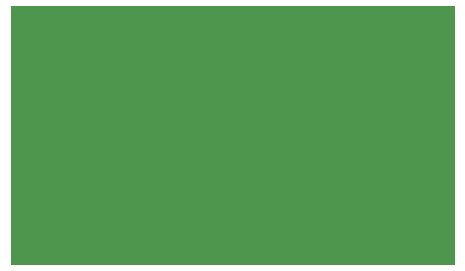
<source format=gbr>
%TF.GenerationSoftware,KiCad,Pcbnew,(6.0.4)*%
%TF.CreationDate,2022-04-09T23:35:01+02:00*%
%TF.ProjectId,diskette,6469736b-6574-4746-952e-6b696361645f,rev?*%
%TF.SameCoordinates,Original*%
%TF.FileFunction,Legend,Top*%
%TF.FilePolarity,Positive*%
%FSLAX46Y46*%
G04 Gerber Fmt 4.6, Leading zero omitted, Abs format (unit mm)*
G04 Created by KiCad (PCBNEW (6.0.4)) date 2022-04-09 23:35:01*
%MOMM*%
%LPD*%
G01*
G04 APERTURE LIST*
%ADD10C,0.010000*%
G04 APERTURE END LIST*
%TO.C,N1*%
G36*
X18753667Y-23886333D02*
G01*
X-18753667Y-23886333D01*
X-18753667Y-2000000D01*
X18753667Y-2000000D01*
X18753667Y-23886333D01*
G37*
D10*
X18753667Y-23886333D02*
X-18753667Y-23886333D01*
X-18753667Y-2000000D01*
X18753667Y-2000000D01*
X18753667Y-23886333D01*
%TD*%
M02*

</source>
